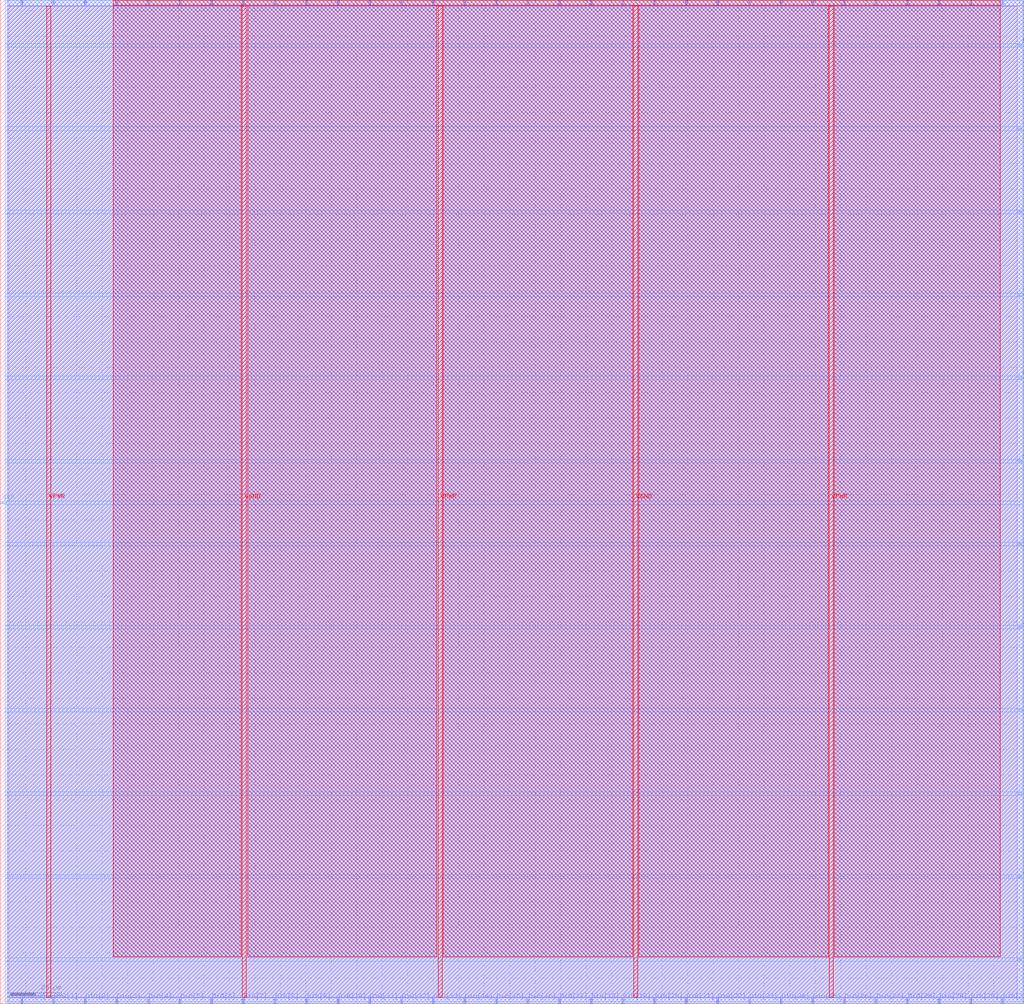
<source format=lef>
VERSION 5.7 ;
  NOWIREEXTENSIONATPIN ON ;
  DIVIDERCHAR "/" ;
  BUSBITCHARS "[]" ;
MACRO RAM128
  CLASS BLOCK ;
  FOREIGN RAM128 ;
  ORIGIN 0.000 0.000 ;
  SIZE 402.040 BY 394.400 ;
  PIN A0[0]
    DIRECTION INPUT ;
    USE SIGNAL ;
    PORT
      LAYER met3 ;
        RECT 400.040 180.240 402.040 180.840 ;
    END
  END A0[0]
  PIN A0[1]
    DIRECTION INPUT ;
    USE SIGNAL ;
    PORT
      LAYER met3 ;
        RECT 400.040 212.880 402.040 213.480 ;
    END
  END A0[1]
  PIN A0[2]
    DIRECTION INPUT ;
    USE SIGNAL ;
    PORT
      LAYER met3 ;
        RECT 400.040 245.520 402.040 246.120 ;
    END
  END A0[2]
  PIN A0[3]
    DIRECTION INPUT ;
    USE SIGNAL ;
    PORT
      LAYER met3 ;
        RECT 400.040 278.160 402.040 278.760 ;
    END
  END A0[3]
  PIN A0[4]
    DIRECTION INPUT ;
    USE SIGNAL ;
    PORT
      LAYER met3 ;
        RECT 400.040 310.800 402.040 311.400 ;
    END
  END A0[4]
  PIN A0[5]
    DIRECTION INPUT ;
    USE SIGNAL ;
    PORT
      LAYER met3 ;
        RECT 400.040 343.440 402.040 344.040 ;
    END
  END A0[5]
  PIN A0[6]
    DIRECTION INPUT ;
    USE SIGNAL ;
    PORT
      LAYER met3 ;
        RECT 400.040 376.080 402.040 376.680 ;
    END
  END A0[6]
  PIN CLK
    DIRECTION INPUT ;
    USE SIGNAL ;
    PORT
      LAYER met3 ;
        RECT 0.000 196.560 2.000 197.160 ;
    END
  END CLK
  PIN Di0[0]
    DIRECTION INPUT ;
    USE SIGNAL ;
    PORT
      LAYER met2 ;
        RECT 8.370 0.000 8.650 2.000 ;
    END
  END Di0[0]
  PIN Di0[10]
    DIRECTION INPUT ;
    USE SIGNAL ;
    PORT
      LAYER met2 ;
        RECT 132.570 0.000 132.850 2.000 ;
    END
  END Di0[10]
  PIN Di0[11]
    DIRECTION INPUT ;
    USE SIGNAL ;
    PORT
      LAYER met2 ;
        RECT 144.990 0.000 145.270 2.000 ;
    END
  END Di0[11]
  PIN Di0[12]
    DIRECTION INPUT ;
    USE SIGNAL ;
    PORT
      LAYER met2 ;
        RECT 157.410 0.000 157.690 2.000 ;
    END
  END Di0[12]
  PIN Di0[13]
    DIRECTION INPUT ;
    USE SIGNAL ;
    PORT
      LAYER met2 ;
        RECT 169.830 0.000 170.110 2.000 ;
    END
  END Di0[13]
  PIN Di0[14]
    DIRECTION INPUT ;
    USE SIGNAL ;
    PORT
      LAYER met2 ;
        RECT 182.250 0.000 182.530 2.000 ;
    END
  END Di0[14]
  PIN Di0[15]
    DIRECTION INPUT ;
    USE SIGNAL ;
    PORT
      LAYER met2 ;
        RECT 194.670 0.000 194.950 2.000 ;
    END
  END Di0[15]
  PIN Di0[16]
    DIRECTION INPUT ;
    USE SIGNAL ;
    PORT
      LAYER met2 ;
        RECT 207.090 0.000 207.370 2.000 ;
    END
  END Di0[16]
  PIN Di0[17]
    DIRECTION INPUT ;
    USE SIGNAL ;
    PORT
      LAYER met2 ;
        RECT 219.510 0.000 219.790 2.000 ;
    END
  END Di0[17]
  PIN Di0[18]
    DIRECTION INPUT ;
    USE SIGNAL ;
    PORT
      LAYER met2 ;
        RECT 231.930 0.000 232.210 2.000 ;
    END
  END Di0[18]
  PIN Di0[19]
    DIRECTION INPUT ;
    USE SIGNAL ;
    PORT
      LAYER met2 ;
        RECT 244.350 0.000 244.630 2.000 ;
    END
  END Di0[19]
  PIN Di0[1]
    DIRECTION INPUT ;
    USE SIGNAL ;
    PORT
      LAYER met2 ;
        RECT 20.790 0.000 21.070 2.000 ;
    END
  END Di0[1]
  PIN Di0[20]
    DIRECTION INPUT ;
    USE SIGNAL ;
    PORT
      LAYER met2 ;
        RECT 256.770 0.000 257.050 2.000 ;
    END
  END Di0[20]
  PIN Di0[21]
    DIRECTION INPUT ;
    USE SIGNAL ;
    PORT
      LAYER met2 ;
        RECT 269.190 0.000 269.470 2.000 ;
    END
  END Di0[21]
  PIN Di0[22]
    DIRECTION INPUT ;
    USE SIGNAL ;
    PORT
      LAYER met2 ;
        RECT 281.610 0.000 281.890 2.000 ;
    END
  END Di0[22]
  PIN Di0[23]
    DIRECTION INPUT ;
    USE SIGNAL ;
    PORT
      LAYER met2 ;
        RECT 294.030 0.000 294.310 2.000 ;
    END
  END Di0[23]
  PIN Di0[24]
    DIRECTION INPUT ;
    USE SIGNAL ;
    PORT
      LAYER met2 ;
        RECT 306.450 0.000 306.730 2.000 ;
    END
  END Di0[24]
  PIN Di0[25]
    DIRECTION INPUT ;
    USE SIGNAL ;
    PORT
      LAYER met2 ;
        RECT 318.870 0.000 319.150 2.000 ;
    END
  END Di0[25]
  PIN Di0[26]
    DIRECTION INPUT ;
    USE SIGNAL ;
    PORT
      LAYER met2 ;
        RECT 331.290 0.000 331.570 2.000 ;
    END
  END Di0[26]
  PIN Di0[27]
    DIRECTION INPUT ;
    USE SIGNAL ;
    PORT
      LAYER met2 ;
        RECT 343.710 0.000 343.990 2.000 ;
    END
  END Di0[27]
  PIN Di0[28]
    DIRECTION INPUT ;
    USE SIGNAL ;
    PORT
      LAYER met2 ;
        RECT 356.130 0.000 356.410 2.000 ;
    END
  END Di0[28]
  PIN Di0[29]
    DIRECTION INPUT ;
    USE SIGNAL ;
    PORT
      LAYER met2 ;
        RECT 368.550 0.000 368.830 2.000 ;
    END
  END Di0[29]
  PIN Di0[2]
    DIRECTION INPUT ;
    USE SIGNAL ;
    PORT
      LAYER met2 ;
        RECT 33.210 0.000 33.490 2.000 ;
    END
  END Di0[2]
  PIN Di0[30]
    DIRECTION INPUT ;
    USE SIGNAL ;
    PORT
      LAYER met2 ;
        RECT 380.970 0.000 381.250 2.000 ;
    END
  END Di0[30]
  PIN Di0[31]
    DIRECTION INPUT ;
    USE SIGNAL ;
    PORT
      LAYER met2 ;
        RECT 393.390 0.000 393.670 2.000 ;
    END
  END Di0[31]
  PIN Di0[3]
    DIRECTION INPUT ;
    USE SIGNAL ;
    PORT
      LAYER met2 ;
        RECT 45.630 0.000 45.910 2.000 ;
    END
  END Di0[3]
  PIN Di0[4]
    DIRECTION INPUT ;
    USE SIGNAL ;
    PORT
      LAYER met2 ;
        RECT 58.050 0.000 58.330 2.000 ;
    END
  END Di0[4]
  PIN Di0[5]
    DIRECTION INPUT ;
    USE SIGNAL ;
    PORT
      LAYER met2 ;
        RECT 70.470 0.000 70.750 2.000 ;
    END
  END Di0[5]
  PIN Di0[6]
    DIRECTION INPUT ;
    USE SIGNAL ;
    PORT
      LAYER met2 ;
        RECT 82.890 0.000 83.170 2.000 ;
    END
  END Di0[6]
  PIN Di0[7]
    DIRECTION INPUT ;
    USE SIGNAL ;
    PORT
      LAYER met2 ;
        RECT 95.310 0.000 95.590 2.000 ;
    END
  END Di0[7]
  PIN Di0[8]
    DIRECTION INPUT ;
    USE SIGNAL ;
    PORT
      LAYER met2 ;
        RECT 107.730 0.000 108.010 2.000 ;
    END
  END Di0[8]
  PIN Di0[9]
    DIRECTION INPUT ;
    USE SIGNAL ;
    PORT
      LAYER met2 ;
        RECT 120.150 0.000 120.430 2.000 ;
    END
  END Di0[9]
  PIN Do0[0]
    DIRECTION OUTPUT TRISTATE ;
    USE SIGNAL ;
    PORT
      LAYER met2 ;
        RECT 8.370 392.400 8.650 394.400 ;
    END
  END Do0[0]
  PIN Do0[10]
    DIRECTION OUTPUT TRISTATE ;
    USE SIGNAL ;
    PORT
      LAYER met2 ;
        RECT 132.570 392.400 132.850 394.400 ;
    END
  END Do0[10]
  PIN Do0[11]
    DIRECTION OUTPUT TRISTATE ;
    USE SIGNAL ;
    PORT
      LAYER met2 ;
        RECT 144.990 392.400 145.270 394.400 ;
    END
  END Do0[11]
  PIN Do0[12]
    DIRECTION OUTPUT TRISTATE ;
    USE SIGNAL ;
    PORT
      LAYER met2 ;
        RECT 157.410 392.400 157.690 394.400 ;
    END
  END Do0[12]
  PIN Do0[13]
    DIRECTION OUTPUT TRISTATE ;
    USE SIGNAL ;
    PORT
      LAYER met2 ;
        RECT 169.830 392.400 170.110 394.400 ;
    END
  END Do0[13]
  PIN Do0[14]
    DIRECTION OUTPUT TRISTATE ;
    USE SIGNAL ;
    PORT
      LAYER met2 ;
        RECT 182.250 392.400 182.530 394.400 ;
    END
  END Do0[14]
  PIN Do0[15]
    DIRECTION OUTPUT TRISTATE ;
    USE SIGNAL ;
    PORT
      LAYER met2 ;
        RECT 194.670 392.400 194.950 394.400 ;
    END
  END Do0[15]
  PIN Do0[16]
    DIRECTION OUTPUT TRISTATE ;
    USE SIGNAL ;
    PORT
      LAYER met2 ;
        RECT 207.090 392.400 207.370 394.400 ;
    END
  END Do0[16]
  PIN Do0[17]
    DIRECTION OUTPUT TRISTATE ;
    USE SIGNAL ;
    PORT
      LAYER met2 ;
        RECT 219.510 392.400 219.790 394.400 ;
    END
  END Do0[17]
  PIN Do0[18]
    DIRECTION OUTPUT TRISTATE ;
    USE SIGNAL ;
    PORT
      LAYER met2 ;
        RECT 231.930 392.400 232.210 394.400 ;
    END
  END Do0[18]
  PIN Do0[19]
    DIRECTION OUTPUT TRISTATE ;
    USE SIGNAL ;
    PORT
      LAYER met2 ;
        RECT 244.350 392.400 244.630 394.400 ;
    END
  END Do0[19]
  PIN Do0[1]
    DIRECTION OUTPUT TRISTATE ;
    USE SIGNAL ;
    PORT
      LAYER met2 ;
        RECT 20.790 392.400 21.070 394.400 ;
    END
  END Do0[1]
  PIN Do0[20]
    DIRECTION OUTPUT TRISTATE ;
    USE SIGNAL ;
    PORT
      LAYER met2 ;
        RECT 256.770 392.400 257.050 394.400 ;
    END
  END Do0[20]
  PIN Do0[21]
    DIRECTION OUTPUT TRISTATE ;
    USE SIGNAL ;
    PORT
      LAYER met2 ;
        RECT 269.190 392.400 269.470 394.400 ;
    END
  END Do0[21]
  PIN Do0[22]
    DIRECTION OUTPUT TRISTATE ;
    USE SIGNAL ;
    PORT
      LAYER met2 ;
        RECT 281.610 392.400 281.890 394.400 ;
    END
  END Do0[22]
  PIN Do0[23]
    DIRECTION OUTPUT TRISTATE ;
    USE SIGNAL ;
    PORT
      LAYER met2 ;
        RECT 294.030 392.400 294.310 394.400 ;
    END
  END Do0[23]
  PIN Do0[24]
    DIRECTION OUTPUT TRISTATE ;
    USE SIGNAL ;
    PORT
      LAYER met2 ;
        RECT 306.450 392.400 306.730 394.400 ;
    END
  END Do0[24]
  PIN Do0[25]
    DIRECTION OUTPUT TRISTATE ;
    USE SIGNAL ;
    PORT
      LAYER met2 ;
        RECT 318.870 392.400 319.150 394.400 ;
    END
  END Do0[25]
  PIN Do0[26]
    DIRECTION OUTPUT TRISTATE ;
    USE SIGNAL ;
    PORT
      LAYER met2 ;
        RECT 331.290 392.400 331.570 394.400 ;
    END
  END Do0[26]
  PIN Do0[27]
    DIRECTION OUTPUT TRISTATE ;
    USE SIGNAL ;
    PORT
      LAYER met2 ;
        RECT 343.710 392.400 343.990 394.400 ;
    END
  END Do0[27]
  PIN Do0[28]
    DIRECTION OUTPUT TRISTATE ;
    USE SIGNAL ;
    PORT
      LAYER met2 ;
        RECT 356.130 392.400 356.410 394.400 ;
    END
  END Do0[28]
  PIN Do0[29]
    DIRECTION OUTPUT TRISTATE ;
    USE SIGNAL ;
    PORT
      LAYER met2 ;
        RECT 368.550 392.400 368.830 394.400 ;
    END
  END Do0[29]
  PIN Do0[2]
    DIRECTION OUTPUT TRISTATE ;
    USE SIGNAL ;
    PORT
      LAYER met2 ;
        RECT 33.210 392.400 33.490 394.400 ;
    END
  END Do0[2]
  PIN Do0[30]
    DIRECTION OUTPUT TRISTATE ;
    USE SIGNAL ;
    PORT
      LAYER met2 ;
        RECT 380.970 392.400 381.250 394.400 ;
    END
  END Do0[30]
  PIN Do0[31]
    DIRECTION OUTPUT TRISTATE ;
    USE SIGNAL ;
    PORT
      LAYER met2 ;
        RECT 393.390 392.400 393.670 394.400 ;
    END
  END Do0[31]
  PIN Do0[3]
    DIRECTION OUTPUT TRISTATE ;
    USE SIGNAL ;
    PORT
      LAYER met2 ;
        RECT 45.630 392.400 45.910 394.400 ;
    END
  END Do0[3]
  PIN Do0[4]
    DIRECTION OUTPUT TRISTATE ;
    USE SIGNAL ;
    PORT
      LAYER met2 ;
        RECT 58.050 392.400 58.330 394.400 ;
    END
  END Do0[4]
  PIN Do0[5]
    DIRECTION OUTPUT TRISTATE ;
    USE SIGNAL ;
    PORT
      LAYER met2 ;
        RECT 70.470 392.400 70.750 394.400 ;
    END
  END Do0[5]
  PIN Do0[6]
    DIRECTION OUTPUT TRISTATE ;
    USE SIGNAL ;
    PORT
      LAYER met2 ;
        RECT 82.890 392.400 83.170 394.400 ;
    END
  END Do0[6]
  PIN Do0[7]
    DIRECTION OUTPUT TRISTATE ;
    USE SIGNAL ;
    PORT
      LAYER met2 ;
        RECT 95.310 392.400 95.590 394.400 ;
    END
  END Do0[7]
  PIN Do0[8]
    DIRECTION OUTPUT TRISTATE ;
    USE SIGNAL ;
    PORT
      LAYER met2 ;
        RECT 107.730 392.400 108.010 394.400 ;
    END
  END Do0[8]
  PIN Do0[9]
    DIRECTION OUTPUT TRISTATE ;
    USE SIGNAL ;
    PORT
      LAYER met2 ;
        RECT 120.150 392.400 120.430 394.400 ;
    END
  END Do0[9]
  PIN EN0
    DIRECTION INPUT ;
    USE SIGNAL ;
    PORT
      LAYER met3 ;
        RECT 400.040 17.040 402.040 17.640 ;
    END
  END EN0
  PIN VGND
    DIRECTION INOUT ;
    USE GROUND ;
    PORT
      LAYER met4 ;
        RECT 95.080 2.480 96.680 391.920 ;
    END
    PORT
      LAYER met4 ;
        RECT 248.680 2.480 250.280 391.920 ;
    END
  END VGND
  PIN VPWR
    DIRECTION INOUT ;
    USE POWER ;
    PORT
      LAYER met4 ;
        RECT 18.280 2.480 19.880 391.920 ;
    END
    PORT
      LAYER met4 ;
        RECT 171.880 2.480 173.480 391.920 ;
    END
    PORT
      LAYER met4 ;
        RECT 325.480 2.480 327.080 391.920 ;
    END
  END VPWR
  PIN WE0[0]
    DIRECTION INPUT ;
    USE SIGNAL ;
    PORT
      LAYER met3 ;
        RECT 400.040 49.680 402.040 50.280 ;
    END
  END WE0[0]
  PIN WE0[1]
    DIRECTION INPUT ;
    USE SIGNAL ;
    PORT
      LAYER met3 ;
        RECT 400.040 82.320 402.040 82.920 ;
    END
  END WE0[1]
  PIN WE0[2]
    DIRECTION INPUT ;
    USE SIGNAL ;
    PORT
      LAYER met3 ;
        RECT 400.040 114.960 402.040 115.560 ;
    END
  END WE0[2]
  PIN WE0[3]
    DIRECTION INPUT ;
    USE SIGNAL ;
    PORT
      LAYER met3 ;
        RECT 400.040 147.600 402.040 148.200 ;
    END
  END WE0[3]
  OBS
      LAYER li1 ;
        RECT 2.760 2.635 399.280 391.765 ;
      LAYER met1 ;
        RECT 2.760 0.040 401.970 394.360 ;
      LAYER met2 ;
        RECT 3.310 392.120 8.090 394.390 ;
        RECT 8.930 392.120 20.510 394.390 ;
        RECT 21.350 392.120 32.930 394.390 ;
        RECT 33.770 392.120 45.350 394.390 ;
        RECT 46.190 392.120 57.770 394.390 ;
        RECT 58.610 392.120 70.190 394.390 ;
        RECT 71.030 392.120 82.610 394.390 ;
        RECT 83.450 392.120 95.030 394.390 ;
        RECT 95.870 392.120 107.450 394.390 ;
        RECT 108.290 392.120 119.870 394.390 ;
        RECT 120.710 392.120 132.290 394.390 ;
        RECT 133.130 392.120 144.710 394.390 ;
        RECT 145.550 392.120 157.130 394.390 ;
        RECT 157.970 392.120 169.550 394.390 ;
        RECT 170.390 392.120 181.970 394.390 ;
        RECT 182.810 392.120 194.390 394.390 ;
        RECT 195.230 392.120 206.810 394.390 ;
        RECT 207.650 392.120 219.230 394.390 ;
        RECT 220.070 392.120 231.650 394.390 ;
        RECT 232.490 392.120 244.070 394.390 ;
        RECT 244.910 392.120 256.490 394.390 ;
        RECT 257.330 392.120 268.910 394.390 ;
        RECT 269.750 392.120 281.330 394.390 ;
        RECT 282.170 392.120 293.750 394.390 ;
        RECT 294.590 392.120 306.170 394.390 ;
        RECT 307.010 392.120 318.590 394.390 ;
        RECT 319.430 392.120 331.010 394.390 ;
        RECT 331.850 392.120 343.430 394.390 ;
        RECT 344.270 392.120 355.850 394.390 ;
        RECT 356.690 392.120 368.270 394.390 ;
        RECT 369.110 392.120 380.690 394.390 ;
        RECT 381.530 392.120 393.110 394.390 ;
        RECT 393.950 392.120 401.940 394.390 ;
        RECT 3.310 2.280 401.940 392.120 ;
        RECT 3.310 0.010 8.090 2.280 ;
        RECT 8.930 0.010 20.510 2.280 ;
        RECT 21.350 0.010 32.930 2.280 ;
        RECT 33.770 0.010 45.350 2.280 ;
        RECT 46.190 0.010 57.770 2.280 ;
        RECT 58.610 0.010 70.190 2.280 ;
        RECT 71.030 0.010 82.610 2.280 ;
        RECT 83.450 0.010 95.030 2.280 ;
        RECT 95.870 0.010 107.450 2.280 ;
        RECT 108.290 0.010 119.870 2.280 ;
        RECT 120.710 0.010 132.290 2.280 ;
        RECT 133.130 0.010 144.710 2.280 ;
        RECT 145.550 0.010 157.130 2.280 ;
        RECT 157.970 0.010 169.550 2.280 ;
        RECT 170.390 0.010 181.970 2.280 ;
        RECT 182.810 0.010 194.390 2.280 ;
        RECT 195.230 0.010 206.810 2.280 ;
        RECT 207.650 0.010 219.230 2.280 ;
        RECT 220.070 0.010 231.650 2.280 ;
        RECT 232.490 0.010 244.070 2.280 ;
        RECT 244.910 0.010 256.490 2.280 ;
        RECT 257.330 0.010 268.910 2.280 ;
        RECT 269.750 0.010 281.330 2.280 ;
        RECT 282.170 0.010 293.750 2.280 ;
        RECT 294.590 0.010 306.170 2.280 ;
        RECT 307.010 0.010 318.590 2.280 ;
        RECT 319.430 0.010 331.010 2.280 ;
        RECT 331.850 0.010 343.430 2.280 ;
        RECT 344.270 0.010 355.850 2.280 ;
        RECT 356.690 0.010 368.270 2.280 ;
        RECT 369.110 0.010 380.690 2.280 ;
        RECT 381.530 0.010 393.110 2.280 ;
        RECT 393.950 0.010 401.940 2.280 ;
      LAYER met3 ;
        RECT 2.000 377.080 401.515 394.225 ;
        RECT 2.000 375.680 399.640 377.080 ;
        RECT 2.000 344.440 401.515 375.680 ;
        RECT 2.000 343.040 399.640 344.440 ;
        RECT 2.000 311.800 401.515 343.040 ;
        RECT 2.000 310.400 399.640 311.800 ;
        RECT 2.000 279.160 401.515 310.400 ;
        RECT 2.000 277.760 399.640 279.160 ;
        RECT 2.000 246.520 401.515 277.760 ;
        RECT 2.000 245.120 399.640 246.520 ;
        RECT 2.000 213.880 401.515 245.120 ;
        RECT 2.000 212.480 399.640 213.880 ;
        RECT 2.000 197.560 401.515 212.480 ;
        RECT 2.400 196.160 401.515 197.560 ;
        RECT 2.000 181.240 401.515 196.160 ;
        RECT 2.000 179.840 399.640 181.240 ;
        RECT 2.000 148.600 401.515 179.840 ;
        RECT 2.000 147.200 399.640 148.600 ;
        RECT 2.000 115.960 401.515 147.200 ;
        RECT 2.000 114.560 399.640 115.960 ;
        RECT 2.000 83.320 401.515 114.560 ;
        RECT 2.000 81.920 399.640 83.320 ;
        RECT 2.000 50.680 401.515 81.920 ;
        RECT 2.000 49.280 399.640 50.680 ;
        RECT 2.000 18.040 401.515 49.280 ;
        RECT 2.000 16.640 399.640 18.040 ;
        RECT 2.000 0.855 401.515 16.640 ;
      LAYER met4 ;
        RECT 44.455 392.320 392.545 394.225 ;
        RECT 44.455 18.535 94.680 392.320 ;
        RECT 97.080 18.535 171.480 392.320 ;
        RECT 173.880 18.535 248.280 392.320 ;
        RECT 250.680 18.535 325.080 392.320 ;
        RECT 327.480 18.535 392.545 392.320 ;
  END
END RAM128
END LIBRARY


</source>
